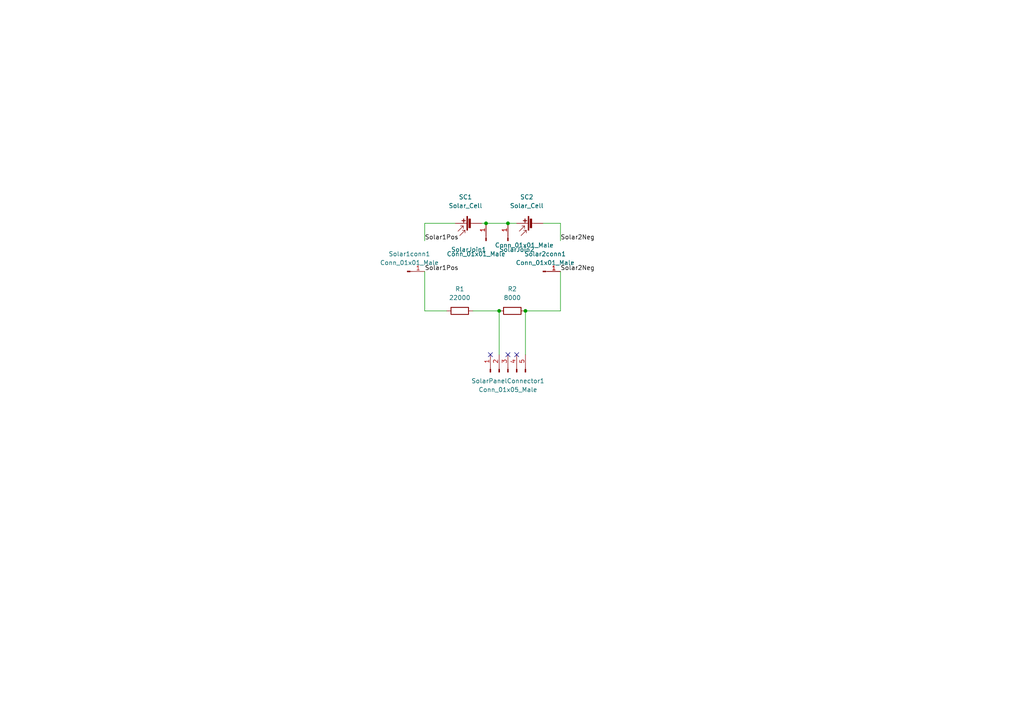
<source format=kicad_sch>
(kicad_sch (version 20211123) (generator eeschema)
  (paper "A4")
  (lib_symbols
    (symbol "Connector:Conn_01x01_Male" (pin_names (offset 1.016) hide)
      (property "Reference" "J" (at 0 2.54 0))
      (property "Value" "Conn_01x01_Male" (at 0 -2.54 0))
      (symbol "Conn_01x01_Male_1_1"
        (polyline (pts (xy 1.27 0) (xy 0.8636 0)) (stroke (width 0.1524)))
        (rectangle (start 0.8636 0.127) (end 0 -0.127) (stroke (width 0.1524)) (fill (type outline)))
        (pin passive line (at 5.08 0 180) (length 3.81) (name "Pin_1") (number "1"))
      )
    )
    (symbol "Connector:Conn_01x05_Male" (pin_names (offset 1.016) hide)
      (property "Reference" "J" (at 0 7.62 0))
      (property "Value" "Conn_01x05_Male" (at 0 -7.62 0))
      (symbol "Conn_01x05_Male_1_1"
        (polyline (pts (xy 1.27 -5.08) (xy 0.8636 -5.08)) (stroke (width 0.1524)))
        (polyline (pts (xy 1.27 -2.54) (xy 0.8636 -2.54)) (stroke (width 0.1524)))
        (polyline (pts (xy 1.27 0) (xy 0.8636 0)) (stroke (width 0.1524)))
        (polyline (pts (xy 1.27 2.54) (xy 0.8636 2.54)) (stroke (width 0.1524)))
        (polyline (pts (xy 1.27 5.08) (xy 0.8636 5.08)) (stroke (width 0.1524)))
        (rectangle (start 0.8636 -4.953) (end 0 -5.207) (stroke (width 0.1524)) (fill (type outline)))
        (rectangle (start 0.8636 -2.413) (end 0 -2.667) (stroke (width 0.1524)) (fill (type outline)))
        (rectangle (start 0.8636 0.127) (end 0 -0.127) (stroke (width 0.1524)) (fill (type outline)))
        (rectangle (start 0.8636 2.667) (end 0 2.413) (stroke (width 0.1524)) (fill (type outline)))
        (rectangle (start 0.8636 5.207) (end 0 4.953) (stroke (width 0.1524)) (fill (type outline)))
        (pin passive line (at 5.08 5.08 180) (length 3.81) (name "Pin_1") (number "1"))
        (pin passive line (at 5.08 2.54 180) (length 3.81) (name "Pin_2") (number "2"))
        (pin passive line (at 5.08 0 180) (length 3.81) (name "Pin_3") (number "3"))
        (pin passive line (at 5.08 -2.54 180) (length 3.81) (name "Pin_4") (number "4"))
        (pin passive line (at 5.08 -5.08 180) (length 3.81) (name "Pin_5") (number "5"))
      )
    )
    (symbol "Device:R" (pin_numbers hide) (pin_names (offset 0))
      (property "Reference" "R" (at 2.032 0 90))
      (property "Value" "R" (at 0 0 90))
      (symbol "R_0_1"
        (rectangle (start -1.016 -2.54) (end 1.016 2.54) (stroke (width 0.254)))
      )
      (symbol "R_1_1"
        (pin passive line (at 0 3.81 270) (length 1.27) (name "~") (number "1"))
        (pin passive line (at 0 -3.81 90) (length 1.27) (name "~") (number "2"))
      )
    )
    (symbol "Device:Solar_Cell" (pin_numbers hide) (pin_names (offset 0) hide)
      (property "Reference" "SC" (at 2.54 2.54 0))
      (property "Value" "Solar_Cell" (at 2.54 0 0))
      (symbol "Solar_Cell_0_1"
        (rectangle (start -2.032 1.778) (end 2.032 1.524) (fill (type outline)))
        (rectangle (start -1.3208 1.1938) (end 1.27 0.6858) (fill (type outline)))
        (polyline (pts (xy -2.032 2.286) (xy -3.556 3.81)))
        (polyline (pts (xy -0.762 2.794) (xy -2.286 4.318)))
        (polyline (pts (xy 0 0.762) (xy 0 0)))
        (polyline (pts (xy 0 1.778) (xy 0 2.54)))
        (polyline (pts (xy 0.254 2.667) (xy 1.27 2.667)) (stroke (width 0.254)))
        (polyline (pts (xy 0.762 3.175) (xy 0.762 2.159)) (stroke (width 0.254)))
        (polyline (pts (xy -2.032 3.048) (xy -2.032 2.286) (xy -2.794 2.286)))
        (polyline (pts (xy -0.762 3.556) (xy -0.762 2.794) (xy -1.524 2.794)))
      )
      (symbol "Solar_Cell_1_1"
        (pin passive line (at 0 5.08 270) (length 2.54) (name "+") (number "1"))
        (pin passive line (at 0 -2.54 90) (length 2.54) (name "-") (number "2"))
      )
    )
  )
  (junction (at 140.97 64.77))
  (junction (at 147.32 64.77))
  (junction (at 152.4 90.17))
  (junction (at 144.78 90.17))
  (no_connect (at 142.24 102.87))
  (no_connect (at 147.32 102.87))
  (no_connect (at 149.86 102.87))
  (wire (pts (xy 123.19 64.77) (xy 132.08 64.77)))
  (wire (pts (xy 157.48 64.77) (xy 162.56 64.77)))
  (wire (pts (xy 123.19 90.17) (xy 129.54 90.17)))
  (wire (pts (xy 162.56 78.74) (xy 162.56 90.17)))
  (wire (pts (xy 123.19 90.17) (xy 123.19 78.74)))
  (wire (pts (xy 147.32 64.77) (xy 149.86 64.77)))
  (wire (pts (xy 140.97 64.77) (xy 139.7 64.77)))
  (wire (pts (xy 123.19 69.85) (xy 123.19 64.77)))
  (wire (pts (xy 152.4 90.17) (xy 162.56 90.17)))
  (wire (pts (xy 162.56 69.85) (xy 162.56 64.77)))
  (wire (pts (xy 152.4 90.17) (xy 152.4 102.87)))
  (wire (pts (xy 140.97 64.77) (xy 147.32 64.77)))
  (wire (pts (xy 144.78 90.17) (xy 144.78 102.87)))
  (wire (pts (xy 137.16 90.17) (xy 144.78 90.17)))
  (label "Solar1Pos" (at 123.19 69.85 0))
  (label "Solar2Neg" (at 162.56 78.74 0))
  (label "Solar2Neg" (at 162.56 69.85 0))
  (label "Solar1Pos" (at 123.19 78.74 0))
  (symbol (lib_id "Device:R") (at 133.35 90.17 90) (unit 1)
    (property "Reference" "R1" (at 133.35 83.82 90))
    (property "Value" "22000" (at 133.35 86.36 90))
    (property "Footprint" "Resistor_THT:R_Axial_DIN0207_L6.3mm_D2.5mm_P10.16mm_Horizontal" (effects hide))
  )
  (symbol (lib_id "Device:Solar_Cell") (at 154.94 64.77 90) (unit 1)
    (property "Reference" "SC2" (at 152.781 57.15 90))
    (property "Value" "Solar_Cell" (at 152.781 59.69 90))
  )
  (symbol (lib_id "Connector:Conn_01x01_Male") (at 118.11 78.74 0) (unit 1)
    (property "Reference" "Solar1conn1" (at 118.745 73.66 0))
    (property "Value" "Conn_01x01_Male" (at 118.745 76.2 0))
    (property "Footprint" "Connector_PinSocket_2.54mm:PinSocket_1x01_P2.54mm_Vertical" (effects hide))
  )
  (symbol (lib_id "Connector:Conn_01x01_Male") (at 147.32 69.85 90) (unit 1)
    (property "Reference" "SolarJoin2" (at 144.78 72.39 90) (effects (justify right)))
    (property "Value" "Conn_01x01_Male" (at 143.51 71.12 90) (effects (justify right)))
    (property "Footprint" "Connector_PinSocket_2.54mm:PinSocket_1x01_P2.54mm_Vertical" (effects hide))
  )
  (symbol (lib_id "Connector:Conn_01x01_Male") (at 140.97 69.85 90) (unit 1)
    (property "Reference" "SolarJoin1" (at 130.81 72.39 90) (effects (justify right)))
    (property "Value" "Conn_01x01_Male" (at 129.54 73.66 90) (effects (justify right)))
    (property "Footprint" "Connector_PinSocket_2.54mm:PinSocket_1x01_P2.54mm_Vertical" (effects hide))
  )
  (symbol (lib_id "Device:Solar_Cell") (at 137.16 64.77 90) (unit 1)
    (property "Reference" "SC1" (at 135.001 57.15 90))
    (property "Value" "Solar_Cell" (at 135.001 59.69 90))
  )
  (symbol (lib_id "Connector:Conn_01x01_Male") (at 157.48 78.74 0) (unit 1)
    (property "Reference" "Solar2conn1" (at 158.115 73.66 0))
    (property "Value" "Conn_01x01_Male" (at 158.115 76.2 0))
    (property "Footprint" "Connector_PinSocket_2.54mm:PinSocket_1x01_P2.54mm_Vertical" (effects hide))
  )
  (symbol (lib_id "Connector:Conn_01x05_Male") (at 147.32 107.95 90) (unit 1)
    (property "Reference" "SolarPanelConnector1" (at 147.32 110.49 90))
    (property "Value" "Conn_01x05_Male" (at 147.32 113.03 90))
    (property "Footprint" "Connector_PinHeader_2.54mm:PinHeader_1x05_P2.54mm_Horizontal" (effects hide))
  )
  (symbol (lib_id "Device:R") (at 148.59 90.17 90) (unit 1)
    (property "Reference" "R2" (at 148.59 83.82 90))
    (property "Value" "8000" (at 148.59 86.36 90))
    (property "Footprint" "Resistor_THT:R_Axial_DIN0207_L6.3mm_D2.5mm_P7.62mm_Horizontal" (effects hide))
  )
)
</source>
